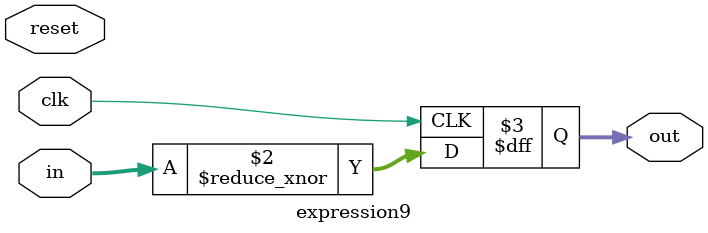
<source format=v>
module expression9
  #(parameter integer WIDTH = 8)
  (input wire             reset,
   input wire             clk,
   input wire [WIDTH-1:0] in,
   output reg [WIDTH-1:0] out);

   always @(posedge clk) out <= ~^in;

endmodule

</source>
